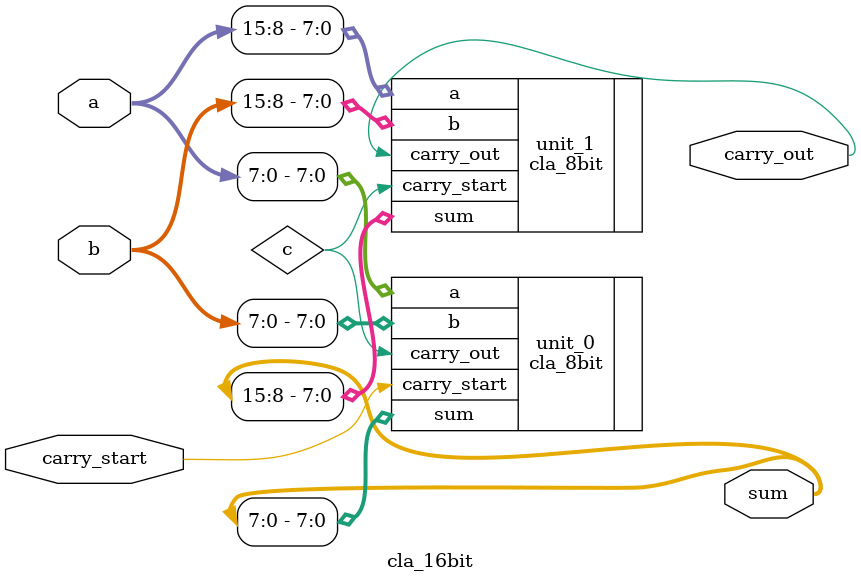
<source format=v>
module cla_16bit(carry_start, a, b, sum, carry_out);
    input carry_start;
    input [15:0] a;
    input [15:0] b;
    output [15:0] sum;
    output carry_out;

    wire c;

    cla_8bit unit_0(
        .carry_start(carry_start),
        .a(a[7:0]),
        .b(b[7:0]),
        .sum(sum[7:0]),
        .carry_out(c)
    );

    cla_8bit unit_1(
        .carry_start(c),
        .a(a[15:8]),
        .b(b[15:8]),
        .sum(sum[15:8]),
        .carry_out(carry_out)
    );
endmodule
</source>
